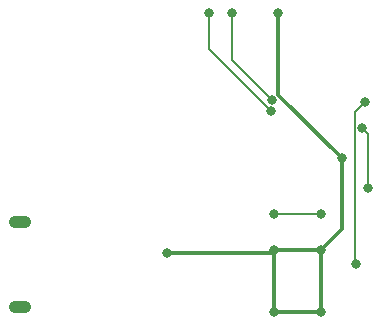
<source format=gbl>
%TF.GenerationSoftware,KiCad,Pcbnew,(6.0.0)*%
%TF.CreationDate,2023-04-27T21:52:48-07:00*%
%TF.ProjectId,dumpster_fire_shelf_led_controller,64756d70-7374-4657-925f-666972655f73,rev?*%
%TF.SameCoordinates,Original*%
%TF.FileFunction,Copper,L2,Bot*%
%TF.FilePolarity,Positive*%
%FSLAX46Y46*%
G04 Gerber Fmt 4.6, Leading zero omitted, Abs format (unit mm)*
G04 Created by KiCad (PCBNEW (6.0.0)) date 2023-04-27 21:52:48*
%MOMM*%
%LPD*%
G01*
G04 APERTURE LIST*
%TA.AperFunction,ComponentPad*%
%ADD10O,1.900000X1.050000*%
%TD*%
%TA.AperFunction,ViaPad*%
%ADD11C,0.800000*%
%TD*%
%TA.AperFunction,Conductor*%
%ADD12C,0.300000*%
%TD*%
%TA.AperFunction,Conductor*%
%ADD13C,0.200000*%
%TD*%
G04 APERTURE END LIST*
D10*
%TO.P,J1,6,Shield*%
%TO.N,GND*%
X175050000Y-95175000D03*
X175050000Y-102325000D03*
%TD*%
D11*
%TO.N,GND*%
X202250000Y-89750000D03*
X196500000Y-102750000D03*
X196906923Y-77446080D03*
X187500000Y-97750000D03*
X200500000Y-102750000D03*
X200500000Y-97500000D03*
X196500000Y-97500000D03*
%TO.N,+3V3*%
X204000000Y-87250000D03*
X204500000Y-92250000D03*
%TO.N,RESET*%
X200500000Y-94500000D03*
X196500000Y-94500000D03*
%TO.N,GPIO2*%
X196389714Y-84842982D03*
X193000000Y-77500000D03*
%TO.N,GPIO0*%
X191000000Y-77500000D03*
X203500000Y-98750000D03*
X196248662Y-85758685D03*
X204250000Y-85000000D03*
%TD*%
D12*
%TO.N,GND*%
X200500000Y-102750000D02*
X200500000Y-97500000D01*
X202250000Y-89750000D02*
X196906923Y-84406923D01*
X196906923Y-84406923D02*
X196906923Y-77446080D01*
X202250000Y-89750000D02*
X202250000Y-95750000D01*
X200500000Y-102750000D02*
X196500000Y-102750000D01*
X202250000Y-95750000D02*
X200500000Y-97500000D01*
X196250000Y-97750000D02*
X196500000Y-97500000D01*
X187500000Y-97750000D02*
X196250000Y-97750000D01*
X196500000Y-97500000D02*
X196500000Y-102750000D01*
X200500000Y-97500000D02*
X196500000Y-97500000D01*
D13*
%TO.N,+3V3*%
X204500000Y-87750000D02*
X204000000Y-87250000D01*
X204500000Y-92250000D02*
X204500000Y-87750000D01*
%TO.N,RESET*%
X196500000Y-94500000D02*
X200500000Y-94500000D01*
%TO.N,GPIO2*%
X196389714Y-84842982D02*
X193000000Y-81453268D01*
X193000000Y-81453268D02*
X193000000Y-77500000D01*
%TO.N,GPIO0*%
X191000000Y-80510023D02*
X191000000Y-77500000D01*
X203373489Y-85876511D02*
X204250000Y-85000000D01*
X196248662Y-85758685D02*
X191000000Y-80510023D01*
X203373489Y-98623489D02*
X203373489Y-85876511D01*
X203500000Y-98750000D02*
X203373489Y-98623489D01*
%TD*%
M02*

</source>
